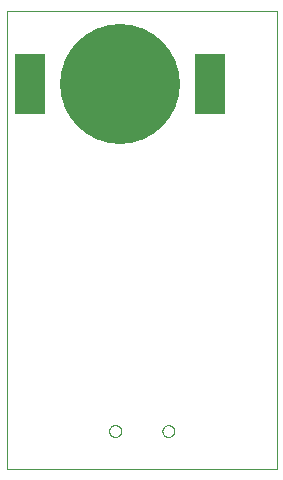
<source format=gbp>
G75*
%MOIN*%
%OFA0B0*%
%FSLAX25Y25*%
%IPPOS*%
%LPD*%
%AMOC8*
5,1,8,0,0,1.08239X$1,22.5*
%
%ADD10C,0.00000*%
%ADD11C,0.40000*%
%ADD12R,0.10000X0.20000*%
D10*
X0022622Y0058041D02*
X0022622Y0210541D01*
X0112622Y0210541D01*
X0112622Y0058041D01*
X0022622Y0058041D01*
X0056795Y0070541D02*
X0056797Y0070629D01*
X0056803Y0070717D01*
X0056813Y0070805D01*
X0056827Y0070893D01*
X0056844Y0070979D01*
X0056866Y0071065D01*
X0056891Y0071149D01*
X0056921Y0071233D01*
X0056953Y0071315D01*
X0056990Y0071395D01*
X0057030Y0071474D01*
X0057074Y0071551D01*
X0057121Y0071626D01*
X0057171Y0071698D01*
X0057225Y0071769D01*
X0057281Y0071836D01*
X0057341Y0071902D01*
X0057403Y0071964D01*
X0057469Y0072024D01*
X0057536Y0072080D01*
X0057607Y0072134D01*
X0057679Y0072184D01*
X0057754Y0072231D01*
X0057831Y0072275D01*
X0057910Y0072315D01*
X0057990Y0072352D01*
X0058072Y0072384D01*
X0058156Y0072414D01*
X0058240Y0072439D01*
X0058326Y0072461D01*
X0058412Y0072478D01*
X0058500Y0072492D01*
X0058588Y0072502D01*
X0058676Y0072508D01*
X0058764Y0072510D01*
X0058852Y0072508D01*
X0058940Y0072502D01*
X0059028Y0072492D01*
X0059116Y0072478D01*
X0059202Y0072461D01*
X0059288Y0072439D01*
X0059372Y0072414D01*
X0059456Y0072384D01*
X0059538Y0072352D01*
X0059618Y0072315D01*
X0059697Y0072275D01*
X0059774Y0072231D01*
X0059849Y0072184D01*
X0059921Y0072134D01*
X0059992Y0072080D01*
X0060059Y0072024D01*
X0060125Y0071964D01*
X0060187Y0071902D01*
X0060247Y0071836D01*
X0060303Y0071769D01*
X0060357Y0071698D01*
X0060407Y0071626D01*
X0060454Y0071551D01*
X0060498Y0071474D01*
X0060538Y0071395D01*
X0060575Y0071315D01*
X0060607Y0071233D01*
X0060637Y0071149D01*
X0060662Y0071065D01*
X0060684Y0070979D01*
X0060701Y0070893D01*
X0060715Y0070805D01*
X0060725Y0070717D01*
X0060731Y0070629D01*
X0060733Y0070541D01*
X0060731Y0070453D01*
X0060725Y0070365D01*
X0060715Y0070277D01*
X0060701Y0070189D01*
X0060684Y0070103D01*
X0060662Y0070017D01*
X0060637Y0069933D01*
X0060607Y0069849D01*
X0060575Y0069767D01*
X0060538Y0069687D01*
X0060498Y0069608D01*
X0060454Y0069531D01*
X0060407Y0069456D01*
X0060357Y0069384D01*
X0060303Y0069313D01*
X0060247Y0069246D01*
X0060187Y0069180D01*
X0060125Y0069118D01*
X0060059Y0069058D01*
X0059992Y0069002D01*
X0059921Y0068948D01*
X0059849Y0068898D01*
X0059774Y0068851D01*
X0059697Y0068807D01*
X0059618Y0068767D01*
X0059538Y0068730D01*
X0059456Y0068698D01*
X0059372Y0068668D01*
X0059288Y0068643D01*
X0059202Y0068621D01*
X0059116Y0068604D01*
X0059028Y0068590D01*
X0058940Y0068580D01*
X0058852Y0068574D01*
X0058764Y0068572D01*
X0058676Y0068574D01*
X0058588Y0068580D01*
X0058500Y0068590D01*
X0058412Y0068604D01*
X0058326Y0068621D01*
X0058240Y0068643D01*
X0058156Y0068668D01*
X0058072Y0068698D01*
X0057990Y0068730D01*
X0057910Y0068767D01*
X0057831Y0068807D01*
X0057754Y0068851D01*
X0057679Y0068898D01*
X0057607Y0068948D01*
X0057536Y0069002D01*
X0057469Y0069058D01*
X0057403Y0069118D01*
X0057341Y0069180D01*
X0057281Y0069246D01*
X0057225Y0069313D01*
X0057171Y0069384D01*
X0057121Y0069456D01*
X0057074Y0069531D01*
X0057030Y0069608D01*
X0056990Y0069687D01*
X0056953Y0069767D01*
X0056921Y0069849D01*
X0056891Y0069933D01*
X0056866Y0070017D01*
X0056844Y0070103D01*
X0056827Y0070189D01*
X0056813Y0070277D01*
X0056803Y0070365D01*
X0056797Y0070453D01*
X0056795Y0070541D01*
X0074511Y0070541D02*
X0074513Y0070629D01*
X0074519Y0070717D01*
X0074529Y0070805D01*
X0074543Y0070893D01*
X0074560Y0070979D01*
X0074582Y0071065D01*
X0074607Y0071149D01*
X0074637Y0071233D01*
X0074669Y0071315D01*
X0074706Y0071395D01*
X0074746Y0071474D01*
X0074790Y0071551D01*
X0074837Y0071626D01*
X0074887Y0071698D01*
X0074941Y0071769D01*
X0074997Y0071836D01*
X0075057Y0071902D01*
X0075119Y0071964D01*
X0075185Y0072024D01*
X0075252Y0072080D01*
X0075323Y0072134D01*
X0075395Y0072184D01*
X0075470Y0072231D01*
X0075547Y0072275D01*
X0075626Y0072315D01*
X0075706Y0072352D01*
X0075788Y0072384D01*
X0075872Y0072414D01*
X0075956Y0072439D01*
X0076042Y0072461D01*
X0076128Y0072478D01*
X0076216Y0072492D01*
X0076304Y0072502D01*
X0076392Y0072508D01*
X0076480Y0072510D01*
X0076568Y0072508D01*
X0076656Y0072502D01*
X0076744Y0072492D01*
X0076832Y0072478D01*
X0076918Y0072461D01*
X0077004Y0072439D01*
X0077088Y0072414D01*
X0077172Y0072384D01*
X0077254Y0072352D01*
X0077334Y0072315D01*
X0077413Y0072275D01*
X0077490Y0072231D01*
X0077565Y0072184D01*
X0077637Y0072134D01*
X0077708Y0072080D01*
X0077775Y0072024D01*
X0077841Y0071964D01*
X0077903Y0071902D01*
X0077963Y0071836D01*
X0078019Y0071769D01*
X0078073Y0071698D01*
X0078123Y0071626D01*
X0078170Y0071551D01*
X0078214Y0071474D01*
X0078254Y0071395D01*
X0078291Y0071315D01*
X0078323Y0071233D01*
X0078353Y0071149D01*
X0078378Y0071065D01*
X0078400Y0070979D01*
X0078417Y0070893D01*
X0078431Y0070805D01*
X0078441Y0070717D01*
X0078447Y0070629D01*
X0078449Y0070541D01*
X0078447Y0070453D01*
X0078441Y0070365D01*
X0078431Y0070277D01*
X0078417Y0070189D01*
X0078400Y0070103D01*
X0078378Y0070017D01*
X0078353Y0069933D01*
X0078323Y0069849D01*
X0078291Y0069767D01*
X0078254Y0069687D01*
X0078214Y0069608D01*
X0078170Y0069531D01*
X0078123Y0069456D01*
X0078073Y0069384D01*
X0078019Y0069313D01*
X0077963Y0069246D01*
X0077903Y0069180D01*
X0077841Y0069118D01*
X0077775Y0069058D01*
X0077708Y0069002D01*
X0077637Y0068948D01*
X0077565Y0068898D01*
X0077490Y0068851D01*
X0077413Y0068807D01*
X0077334Y0068767D01*
X0077254Y0068730D01*
X0077172Y0068698D01*
X0077088Y0068668D01*
X0077004Y0068643D01*
X0076918Y0068621D01*
X0076832Y0068604D01*
X0076744Y0068590D01*
X0076656Y0068580D01*
X0076568Y0068574D01*
X0076480Y0068572D01*
X0076392Y0068574D01*
X0076304Y0068580D01*
X0076216Y0068590D01*
X0076128Y0068604D01*
X0076042Y0068621D01*
X0075956Y0068643D01*
X0075872Y0068668D01*
X0075788Y0068698D01*
X0075706Y0068730D01*
X0075626Y0068767D01*
X0075547Y0068807D01*
X0075470Y0068851D01*
X0075395Y0068898D01*
X0075323Y0068948D01*
X0075252Y0069002D01*
X0075185Y0069058D01*
X0075119Y0069118D01*
X0075057Y0069180D01*
X0074997Y0069246D01*
X0074941Y0069313D01*
X0074887Y0069384D01*
X0074837Y0069456D01*
X0074790Y0069531D01*
X0074746Y0069608D01*
X0074706Y0069687D01*
X0074669Y0069767D01*
X0074637Y0069849D01*
X0074607Y0069933D01*
X0074582Y0070017D01*
X0074560Y0070103D01*
X0074543Y0070189D01*
X0074529Y0070277D01*
X0074519Y0070365D01*
X0074513Y0070453D01*
X0074511Y0070541D01*
D11*
X0060435Y0186166D03*
D12*
X0090435Y0186166D03*
X0030435Y0186166D03*
M02*

</source>
